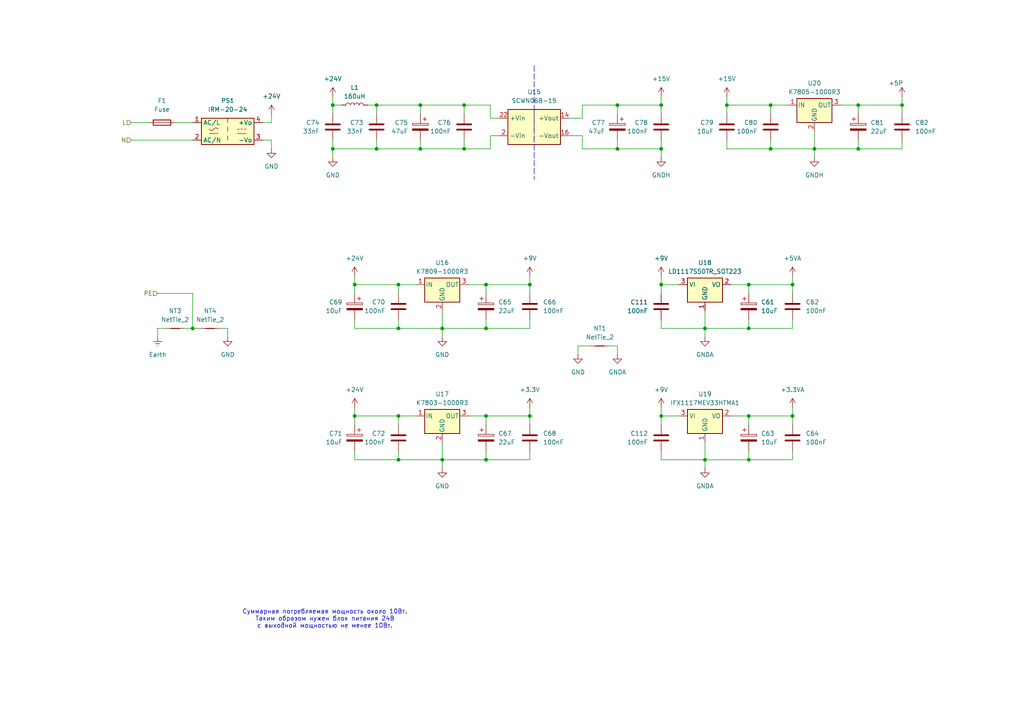
<source format=kicad_sch>
(kicad_sch (version 20231120) (generator "eeschema") (generator_version "8.0")
  (paper "A4")
  (lib_symbols
    (symbol "Converter_ACDC:IRM-20-24"
      (property "Reference" "PS" (at 0 5.08 0))
      (property "Value" "IRM-20-24" (at 0 -5.08 0))
      (symbol "IRM-20-24_0_1"
        (rectangle (start -7.62 3.81) (end 7.62 -3.81) (stroke (width 0.254)) (fill (type background)))
        (arc (start -5.334 0.635) (mid -4.699 0.2495) (end -4.064 0.635))
        (arc (start -2.794 0.635) (mid -3.429 1.0072) (end -4.064 0.635))
        (polyline (pts (xy -5.334 -0.635) (xy -2.794 -0.635)))
        (polyline (pts (xy 0 -1.27) (xy 0 -2.54)))
        (polyline (pts (xy 0 1.27) (xy 0 0)))
        (polyline (pts (xy 0 3.81) (xy 0 2.54)))
        (polyline (pts (xy 2.794 -0.635) (xy 5.334 -0.635)))
        (polyline (pts (xy 2.794 0.635) (xy 3.302 0.635)))
        (polyline (pts (xy 3.81 0.635) (xy 4.318 0.635)))
        (polyline (pts (xy 4.826 0.635) (xy 5.334 0.635)))
      )
      (symbol "IRM-20-24_1_1"
        (pin power_in line (at -10.16 2.54 0) (length 2.54) (name "AC/L") (number "1"))
        (pin power_in line (at -10.16 -2.54 0) (length 2.54) (name "AC/N") (number "2"))
        (pin power_out line (at 10.16 -2.54 180) (length 2.54) (name "-Vo") (number "3"))
        (pin power_out line (at 10.16 2.54 180) (length 2.54) (name "+Vo") (number "4"))
      )
    )
    (symbol "Device:C" (pin_numbers hide) (pin_names (offset 0.254))
      (property "Reference" "C" (at 0.635 2.54 0))
      (property "Value" "C" (at 0.635 -2.54 0))
      (symbol "C_0_1"
        (polyline (pts (xy -2.032 -0.762) (xy 2.032 -0.762)) (stroke (width 0.508)))
        (polyline (pts (xy -2.032 0.762) (xy 2.032 0.762)) (stroke (width 0.508)))
      )
      (symbol "C_1_1"
        (pin passive line (at 0 3.81 270) (length 2.794) (name "~") (number "1"))
        (pin passive line (at 0 -3.81 90) (length 2.794) (name "~") (number "2"))
      )
    )
    (symbol "Device:C_Polarized" (pin_numbers hide) (pin_names (offset 0.254))
      (property "Reference" "C" (at 0.635 2.54 0))
      (property "Value" "C_Polarized" (at 0.635 -2.54 0))
      (symbol "C_Polarized_0_1"
        (rectangle (start -2.286 0.508) (end 2.286 1.016))
        (polyline (pts (xy -1.778 2.286) (xy -0.762 2.286)))
        (polyline (pts (xy -1.27 2.794) (xy -1.27 1.778)))
        (rectangle (start 2.286 -0.508) (end -2.286 -1.016) (fill (type outline)))
      )
      (symbol "C_Polarized_1_1"
        (pin passive line (at 0 3.81 270) (length 2.794) (name "~") (number "1"))
        (pin passive line (at 0 -3.81 90) (length 2.794) (name "~") (number "2"))
      )
    )
    (symbol "Device:Fuse" (pin_numbers hide) (pin_names (offset 0))
      (property "Reference" "F" (at 2.032 0 90))
      (property "Value" "Fuse" (at -1.905 0 90))
      (symbol "Fuse_0_1"
        (rectangle (start -0.762 -2.54) (end 0.762 2.54) (stroke (width 0.254)))
        (polyline (pts (xy 0 2.54) (xy 0 -2.54)))
      )
      (symbol "Fuse_1_1"
        (pin passive line (at 0 3.81 270) (length 1.27) (name "~") (number "1"))
        (pin passive line (at 0 -3.81 90) (length 1.27) (name "~") (number "2"))
      )
    )
    (symbol "Device:L" (pin_numbers hide) (pin_names (offset 1.016) hide)
      (property "Reference" "L" (at -1.27 0 90))
      (property "Value" "L" (at 1.905 0 90))
      (symbol "L_0_1"
        (arc (start 0 -2.54) (mid 0.6323 -1.905) (end 0 -1.27))
        (arc (start 0 -1.27) (mid 0.6323 -0.635) (end 0 0))
        (arc (start 0 0) (mid 0.6323 0.635) (end 0 1.27))
        (arc (start 0 1.27) (mid 0.6323 1.905) (end 0 2.54))
      )
      (symbol "L_1_1"
        (pin passive line (at 0 3.81 270) (length 1.27) (name "1") (number "1"))
        (pin passive line (at 0 -3.81 90) (length 1.27) (name "2") (number "2"))
      )
    )
    (symbol "Device:NetTie_2" (pin_numbers hide) (pin_names (offset 0) hide) (in_bom no)
      (property "Reference" "NT" (at 0 1.27 0))
      (property "Value" "NetTie_2" (at 0 -1.27 0))
      (symbol "NetTie_2_0_1"
        (polyline (pts (xy -1.27 0) (xy 1.27 0)) (stroke (width 0.254)))
      )
      (symbol "NetTie_2_1_1"
        (pin passive line (at -2.54 0 0) (length 2.54) (name "1") (number "1"))
        (pin passive line (at 2.54 0 180) (length 2.54) (name "2") (number "2"))
      )
    )
    (symbol "Regulator_Linear:LD1117S33TR_SOT223"
      (property "Reference" "U" (at -3.81 3.175 0))
      (property "Value" "LD1117S33TR_SOT223" (at 0 3.175 0))
      (symbol "LD1117S33TR_SOT223_0_1"
        (rectangle (start -5.08 -5.08) (end 5.08 1.905) (stroke (width 0.254)) (fill (type background)))
      )
      (symbol "LD1117S33TR_SOT223_1_1"
        (pin power_in line (at 0 -7.62 90) (length 2.54) (name "GND") (number "1"))
        (pin power_out line (at 7.62 0 180) (length 2.54) (name "VO") (number "2"))
        (pin power_in line (at -7.62 0 0) (length 2.54) (name "VI") (number "3"))
      )
    )
    (symbol "Regulator_Linear:LD1117S50TR_SOT223"
      (property "Reference" "U" (at -3.81 3.175 0))
      (property "Value" "LD1117S50TR_SOT223" (at 0 3.175 0))
      (symbol "LD1117S50TR_SOT223_0_1"
        (rectangle (start -5.08 -5.08) (end 5.08 1.905) (stroke (width 0.254)) (fill (type background)))
      )
      (symbol "LD1117S50TR_SOT223_1_1"
        (pin power_in line (at 0 -7.62 90) (length 2.54) (name "GND") (number "1"))
        (pin power_out line (at 7.62 0 180) (length 2.54) (name "VO") (number "2"))
        (pin power_in line (at -7.62 0 0) (length 2.54) (name "VI") (number "3"))
      )
    )
    (symbol "main:GNDH" (power) (pin_numbers hide) (pin_names (offset 0) hide)
      (property "Value" "GNDH" (at 0 -3.81 0))
      (symbol "GNDH_0_1"
        (polyline (pts (xy 0 0) (xy 0 -1.27) (xy 1.27 -1.27) (xy 0 -2.54) (xy -1.27 -1.27) (xy 0 -1.27)))
      )
      (symbol "GNDH_1_1"
        (pin power_in line (at 0 0 270) (length 0) (name "~") (number "1"))
      )
    )
    (symbol "main:K7803-1000R3" (pin_names (offset 0.254))
      (property "Reference" "U" (at 0 5.334 0))
      (property "Value" "K7803-1000R3" (at -6.35 3.302 0))
      (symbol "K7803-1000R3_0_1"
        (rectangle (start -5.08 1.905) (end 5.08 -5.08) (stroke (width 0.254)) (fill (type background)))
      )
      (symbol "K7803-1000R3_1_1"
        (pin power_in line (at -7.62 0 0) (length 2.54) (name "IN") (number "1"))
        (pin power_in line (at 0 -7.62 90) (length 2.54) (name "GND") (number "2"))
        (pin power_out line (at 7.62 0 180) (length 2.54) (name "OUT") (number "3"))
      )
    )
    (symbol "main:K7805-1000R3" (pin_names (offset 0.254))
      (property "Reference" "U" (at 0 5.334 0))
      (property "Value" "K7805-1000R3" (at -6.35 3.302 0))
      (symbol "K7805-1000R3_0_1"
        (rectangle (start -5.08 1.905) (end 5.08 -5.08) (stroke (width 0.254)) (fill (type background)))
      )
      (symbol "K7805-1000R3_1_1"
        (pin power_in line (at -7.62 0 0) (length 2.54) (name "IN") (number "1"))
        (pin power_in line (at 0 -7.62 90) (length 2.54) (name "GND") (number "2"))
        (pin power_out line (at 7.62 0 180) (length 2.54) (name "OUT") (number "3"))
      )
    )
    (symbol "main:K7809-1000R3" (pin_names (offset 0.254))
      (property "Reference" "U" (at 0 5.334 0))
      (property "Value" "K7809-1000R3" (at -6.35 3.302 0))
      (symbol "K7809-1000R3_0_1"
        (rectangle (start -5.08 1.905) (end 5.08 -5.08) (stroke (width 0.254)) (fill (type background)))
      )
      (symbol "K7809-1000R3_1_1"
        (pin power_in line (at -7.62 0 0) (length 2.54) (name "IN") (number "1"))
        (pin power_in line (at 0 -7.62 90) (length 2.54) (name "GND") (number "2"))
        (pin power_out line (at 7.62 0 180) (length 2.54) (name "OUT") (number "3"))
      )
    )
    (symbol "main:SCWN06B-15"
      (property "Reference" "U" (at 0 8.382 0))
      (property "Value" "SCWN06B-15" (at 0 6.35 0))
      (symbol "SCWN06B-15_0_1"
        (rectangle (start -7.62 5.08) (end 7.62 -5.08) (stroke (width 0.254)) (fill (type background)))
        (polyline (pts (xy 0 -2.54) (xy 0 -3.81)))
        (polyline (pts (xy 0 0) (xy 0 -1.27)))
        (polyline (pts (xy 0 2.54) (xy 0 1.27)))
        (polyline (pts (xy 0 5.08) (xy 0 3.81)))
      )
      (symbol "SCWN06B-15_1_0"
        (pin no_connect line (at -2.54 -5.08 90) (length 2.54) hide (name "NC") (number "11"))
        (pin power_out line (at 10.16 2.54 180) (length 2.54) (name "+Vout") (number "14"))
        (pin power_out line (at 10.16 -2.54 180) (length 2.54) (name "-Vout") (number "16"))
        (pin power_in line (at -10.16 -2.54 0) (length 2.54) (name "-Vin") (number "2"))
        (pin power_in line (at -10.16 2.54 0) (length 2.54) (name "+Vin") (number "22"))
        (pin passive line (at -10.16 2.54 0) (length 2.54) hide (name "+Vin") (number "23"))
        (pin passive line (at -10.16 -2.54 0) (length 2.54) hide (name "-Vin") (number "3"))
        (pin no_connect line (at 0 -5.08 90) (length 2.54) hide (name "NC") (number "9"))
      )
    )
    (symbol "power:+15V" (power) (pin_numbers hide) (pin_names (offset 0) hide)
      (property "Value" "+15V" (at 0 3.556 0))
      (symbol "+15V_0_1"
        (polyline (pts (xy -0.762 1.27) (xy 0 2.54)))
        (polyline (pts (xy 0 0) (xy 0 2.54)))
        (polyline (pts (xy 0 2.54) (xy 0.762 1.27)))
      )
      (symbol "+15V_1_1"
        (pin power_in line (at 0 0 90) (length 0) (name "~") (number "1"))
      )
    )
    (symbol "power:+24V" (power) (pin_numbers hide) (pin_names (offset 0) hide)
      (property "Value" "+24V" (at 0 3.556 0))
      (symbol "+24V_0_1"
        (polyline (pts (xy -0.762 1.27) (xy 0 2.54)))
        (polyline (pts (xy 0 0) (xy 0 2.54)))
        (polyline (pts (xy 0 2.54) (xy 0.762 1.27)))
      )
      (symbol "+24V_1_1"
        (pin power_in line (at 0 0 90) (length 0) (name "~") (number "1"))
      )
    )
    (symbol "power:+3.3V" (power) (pin_numbers hide) (pin_names (offset 0) hide)
      (property "Value" "+3.3V" (at 0 3.556 0))
      (symbol "+3.3V_0_1"
        (polyline (pts (xy -0.762 1.27) (xy 0 2.54)))
        (polyline (pts (xy 0 0) (xy 0 2.54)))
        (polyline (pts (xy 0 2.54) (xy 0.762 1.27)))
      )
      (symbol "+3.3V_1_1"
        (pin power_in line (at 0 0 90) (length 0) (name "~") (number "1"))
      )
    )
    (symbol "power:+3.3VA" (power) (pin_numbers hide) (pin_names (offset 0) hide)
      (property "Value" "+3.3VA" (at 0 3.556 0))
      (symbol "+3.3VA_0_1"
        (polyline (pts (xy -0.762 1.27) (xy 0 2.54)))
        (polyline (pts (xy 0 0) (xy 0 2.54)))
        (polyline (pts (xy 0 2.54) (xy 0.762 1.27)))
      )
      (symbol "+3.3VA_1_1"
        (pin power_in line (at 0 0 90) (length 0) (name "~") (number "1"))
      )
    )
    (symbol "power:+5P" (power) (pin_numbers hide) (pin_names (offset 0) hide)
      (property "Value" "+5P" (at 0 3.556 0))
      (symbol "+5P_0_1"
        (polyline (pts (xy -0.762 1.27) (xy 0 2.54)))
        (polyline (pts (xy 0 0) (xy 0 2.54)))
        (polyline (pts (xy 0 2.54) (xy 0.762 1.27)))
      )
      (symbol "+5P_1_1"
        (pin power_in line (at 0 0 90) (length 0) (name "~") (number "1"))
      )
    )
    (symbol "power:+5VA" (power) (pin_numbers hide) (pin_names (offset 0) hide)
      (property "Value" "+5VA" (at 0 3.556 0))
      (symbol "+5VA_0_1"
        (polyline (pts (xy -0.762 1.27) (xy 0 2.54)))
        (polyline (pts (xy 0 0) (xy 0 2.54)))
        (polyline (pts (xy 0 2.54) (xy 0.762 1.27)))
      )
      (symbol "+5VA_1_1"
        (pin power_in line (at 0 0 90) (length 0) (name "~") (number "1"))
      )
    )
    (symbol "power:+9V" (power) (pin_numbers hide) (pin_names (offset 0) hide)
      (property "Value" "+9V" (at 0 3.556 0))
      (symbol "+9V_0_1"
        (polyline (pts (xy -0.762 1.27) (xy 0 2.54)))
        (polyline (pts (xy 0 0) (xy 0 2.54)))
        (polyline (pts (xy 0 2.54) (xy 0.762 1.27)))
      )
      (symbol "+9V_1_1"
        (pin power_in line (at 0 0 90) (length 0) (name "~") (number "1"))
      )
    )
    (symbol "power:Earth" (power) (pin_numbers hide) (pin_names (offset 0) hide)
      (property "Value" "Earth" (at 0 -3.81 0))
      (symbol "Earth_0_1"
        (polyline (pts (xy -0.635 -1.905) (xy 0.635 -1.905)))
        (polyline (pts (xy -0.127 -2.54) (xy 0.127 -2.54)))
        (polyline (pts (xy 0 -1.27) (xy 0 0)))
        (polyline (pts (xy 1.27 -1.27) (xy -1.27 -1.27)))
      )
      (symbol "Earth_1_1"
        (pin power_in line (at 0 0 270) (length 0) (name "~") (number "1"))
      )
    )
    (symbol "power:GND" (power) (pin_numbers hide) (pin_names (offset 0) hide)
      (property "Value" "GND" (at 0 -3.81 0))
      (symbol "GND_0_1"
        (polyline (pts (xy 0 0) (xy 0 -1.27) (xy 1.27 -1.27) (xy 0 -2.54) (xy -1.27 -1.27) (xy 0 -1.27)))
      )
      (symbol "GND_1_1"
        (pin power_in line (at 0 0 270) (length 0) (name "~") (number "1"))
      )
    )
    (symbol "power:GNDA" (power) (pin_numbers hide) (pin_names (offset 0) hide)
      (property "Value" "GNDA" (at 0 -3.81 0))
      (symbol "GNDA_0_1"
        (polyline (pts (xy 0 0) (xy 0 -1.27) (xy 1.27 -1.27) (xy 0 -2.54) (xy -1.27 -1.27) (xy 0 -1.27)))
      )
      (symbol "GNDA_1_1"
        (pin power_in line (at 0 0 270) (length 0) (name "~") (number "1"))
      )
    )
  )
  (junction (at 204.47 95.25))
  (junction (at 115.57 120.65))
  (junction (at 109.22 43.18))
  (junction (at 134.62 43.18))
  (junction (at 229.87 120.65))
  (junction (at 236.22 43.18))
  (junction (at 140.97 95.25))
  (junction (at 153.67 82.55))
  (junction (at 217.17 82.55))
  (junction (at 115.57 95.25))
  (junction (at 223.52 43.18))
  (junction (at 217.17 120.65))
  (junction (at 248.92 30.48))
  (junction (at 191.77 43.18))
  (junction (at 223.52 30.48))
  (junction (at 55.88 95.25))
  (junction (at 121.92 30.48))
  (junction (at 140.97 133.35))
  (junction (at 109.22 30.48))
  (junction (at 179.07 30.48))
  (junction (at 96.52 43.18))
  (junction (at 217.17 133.35))
  (junction (at 128.27 133.35))
  (junction (at 191.77 120.65))
  (junction (at 191.77 30.48))
  (junction (at 96.52 30.48))
  (junction (at 261.62 30.48))
  (junction (at 102.87 82.55))
  (junction (at 153.67 120.65))
  (junction (at 179.07 43.18))
  (junction (at 121.92 43.18))
  (junction (at 229.87 82.55))
  (junction (at 217.17 95.25))
  (junction (at 191.77 82.55))
  (junction (at 140.97 82.55))
  (junction (at 115.57 133.35))
  (junction (at 204.47 133.35))
  (junction (at 248.92 43.18))
  (junction (at 134.62 30.48))
  (junction (at 102.87 120.65))
  (junction (at 128.27 95.25))
  (junction (at 210.82 30.48))
  (junction (at 140.97 120.65))
  (junction (at 115.57 82.55))
  (wire (pts (xy 191.77 133.35) (xy 204.47 133.35)))
  (wire (pts (xy 248.92 40.64) (xy 248.92 43.18)))
  (wire (pts (xy 261.62 33.02) (xy 261.62 30.48)))
  (wire (pts (xy 96.52 27.94) (xy 96.52 30.48)))
  (wire (pts (xy 153.67 95.25) (xy 140.97 95.25)))
  (wire (pts (xy 168.91 39.37) (xy 168.91 43.18)))
  (wire (pts (xy 115.57 92.71) (xy 115.57 95.25)))
  (wire (pts (xy 229.87 85.09) (xy 229.87 82.55)))
  (wire (pts (xy 96.52 43.18) (xy 109.22 43.18)))
  (wire (pts (xy 179.07 43.18) (xy 191.77 43.18)))
  (wire (pts (xy 191.77 80.01) (xy 191.77 82.55)))
  (wire (pts (xy 115.57 82.55) (xy 115.57 85.09)))
  (wire (pts (xy 121.92 43.18) (xy 134.62 43.18)))
  (wire (pts (xy 76.2 40.64) (xy 78.74 40.64)))
  (wire (pts (xy 63.5 95.25) (xy 66.04 95.25)))
  (wire (pts (xy 210.82 43.18) (xy 223.52 43.18)))
  (wire (pts (xy 128.27 95.25) (xy 128.27 97.79)))
  (wire (pts (xy 109.22 33.02) (xy 109.22 30.48)))
  (wire (pts (xy 121.92 33.02) (xy 121.92 30.48)))
  (wire (pts (xy 38.1 40.64) (xy 55.88 40.64)))
  (wire (pts (xy 261.62 30.48) (xy 248.92 30.48)))
  (wire (pts (xy 153.67 130.81) (xy 153.67 133.35)))
  (wire (pts (xy 153.67 123.19) (xy 153.67 120.65)))
  (wire (pts (xy 191.77 92.71) (xy 191.77 95.25)))
  (wire (pts (xy 102.87 80.01) (xy 102.87 82.55)))
  (wire (pts (xy 109.22 43.18) (xy 109.22 40.64)))
  (wire (pts (xy 109.22 43.18) (xy 121.92 43.18)))
  (wire (pts (xy 96.52 40.64) (xy 96.52 43.18)))
  (wire (pts (xy 212.09 82.55) (xy 217.17 82.55)))
  (wire (pts (xy 140.97 82.55) (xy 135.89 82.55)))
  (wire (pts (xy 229.87 123.19) (xy 229.87 120.65)))
  (wire (pts (xy 45.72 95.25) (xy 45.72 97.79)))
  (wire (pts (xy 179.07 40.64) (xy 179.07 43.18)))
  (wire (pts (xy 153.67 80.01) (xy 153.67 82.55)))
  (wire (pts (xy 102.87 82.55) (xy 115.57 82.55)))
  (wire (pts (xy 140.97 95.25) (xy 128.27 95.25)))
  (wire (pts (xy 50.8 35.56) (xy 55.88 35.56)))
  (wire (pts (xy 55.88 85.09) (xy 55.88 95.25)))
  (wire (pts (xy 144.78 39.37) (xy 142.24 39.37)))
  (wire (pts (xy 121.92 30.48) (xy 134.62 30.48)))
  (wire (pts (xy 115.57 133.35) (xy 128.27 133.35)))
  (wire (pts (xy 96.52 45.72) (xy 96.52 43.18)))
  (wire (pts (xy 165.1 39.37) (xy 168.91 39.37)))
  (wire (pts (xy 78.74 40.64) (xy 78.74 43.18)))
  (wire (pts (xy 261.62 40.64) (xy 261.62 43.18)))
  (wire (pts (xy 212.09 120.65) (xy 217.17 120.65)))
  (wire (pts (xy 128.27 133.35) (xy 128.27 135.89)))
  (wire (pts (xy 134.62 30.48) (xy 142.24 30.48)))
  (wire (pts (xy 153.67 92.71) (xy 153.67 95.25)))
  (wire (pts (xy 261.62 27.94) (xy 261.62 30.48)))
  (wire (pts (xy 140.97 82.55) (xy 153.67 82.55)))
  (wire (pts (xy 191.77 30.48) (xy 191.77 33.02)))
  (wire (pts (xy 140.97 133.35) (xy 128.27 133.35)))
  (wire (pts (xy 167.64 102.87) (xy 167.64 100.33)))
  (wire (pts (xy 165.1 34.29) (xy 168.91 34.29)))
  (wire (pts (xy 217.17 130.81) (xy 217.17 133.35)))
  (wire (pts (xy 168.91 30.48) (xy 179.07 30.48)))
  (wire (pts (xy 135.89 120.65) (xy 140.97 120.65)))
  (wire (pts (xy 204.47 97.79) (xy 204.47 95.25)))
  (wire (pts (xy 140.97 92.71) (xy 140.97 95.25)))
  (wire (pts (xy 115.57 95.25) (xy 128.27 95.25)))
  (wire (pts (xy 115.57 120.65) (xy 115.57 123.19)))
  (wire (pts (xy 248.92 30.48) (xy 248.92 33.02)))
  (wire (pts (xy 191.77 118.11) (xy 191.77 120.65)))
  (wire (pts (xy 217.17 95.25) (xy 229.87 95.25)))
  (wire (pts (xy 134.62 40.64) (xy 134.62 43.18)))
  (wire (pts (xy 38.1 35.56) (xy 43.18 35.56)))
  (wire (pts (xy 210.82 33.02) (xy 210.82 30.48)))
  (wire (pts (xy 134.62 30.48) (xy 134.62 33.02)))
  (wire (pts (xy 229.87 130.81) (xy 229.87 133.35)))
  (wire (pts (xy 248.92 43.18) (xy 236.22 43.18)))
  (wire (pts (xy 55.88 95.25) (xy 58.42 95.25)))
  (wire (pts (xy 140.97 120.65) (xy 140.97 123.19)))
  (wire (pts (xy 142.24 39.37) (xy 142.24 43.18)))
  (wire (pts (xy 217.17 120.65) (xy 217.17 123.19)))
  (wire (pts (xy 102.87 120.65) (xy 115.57 120.65)))
  (wire (pts (xy 191.77 40.64) (xy 191.77 43.18)))
  (wire (pts (xy 191.77 27.94) (xy 191.77 30.48)))
  (wire (pts (xy 96.52 30.48) (xy 96.52 33.02)))
  (wire (pts (xy 223.52 30.48) (xy 223.52 33.02)))
  (polyline (pts (xy 154.94 19.05) (xy 154.94 52.07)) (stroke (width 0) (type dash)))
  (wire (pts (xy 229.87 82.55) (xy 217.17 82.55)))
  (wire (pts (xy 236.22 43.18) (xy 236.22 45.72)))
  (wire (pts (xy 99.06 30.48) (xy 96.52 30.48)))
  (wire (pts (xy 45.72 85.09) (xy 55.88 85.09)))
  (wire (pts (xy 229.87 118.11) (xy 229.87 120.65)))
  (wire (pts (xy 191.77 82.55) (xy 191.77 85.09)))
  (wire (pts (xy 55.88 95.25) (xy 53.34 95.25)))
  (wire (pts (xy 210.82 30.48) (xy 223.52 30.48)))
  (wire (pts (xy 102.87 130.81) (xy 102.87 133.35)))
  (wire (pts (xy 210.82 40.64) (xy 210.82 43.18)))
  (wire (pts (xy 102.87 133.35) (xy 115.57 133.35)))
  (wire (pts (xy 236.22 38.1) (xy 236.22 43.18)))
  (wire (pts (xy 142.24 34.29) (xy 142.24 30.48)))
  (wire (pts (xy 48.26 95.25) (xy 45.72 95.25)))
  (wire (pts (xy 191.77 82.55) (xy 196.85 82.55)))
  (wire (pts (xy 217.17 133.35) (xy 204.47 133.35)))
  (wire (pts (xy 261.62 43.18) (xy 248.92 43.18)))
  (wire (pts (xy 217.17 92.71) (xy 217.17 95.25)))
  (wire (pts (xy 168.91 34.29) (xy 168.91 30.48)))
  (wire (pts (xy 153.67 118.11) (xy 153.67 120.65)))
  (wire (pts (xy 229.87 120.65) (xy 217.17 120.65)))
  (wire (pts (xy 78.74 33.02) (xy 78.74 35.56)))
  (wire (pts (xy 191.77 43.18) (xy 191.77 45.72)))
  (wire (pts (xy 229.87 92.71) (xy 229.87 95.25)))
  (wire (pts (xy 229.87 80.01) (xy 229.87 82.55)))
  (wire (pts (xy 204.47 128.27) (xy 204.47 133.35)))
  (wire (pts (xy 217.17 133.35) (xy 229.87 133.35)))
  (wire (pts (xy 217.17 95.25) (xy 204.47 95.25)))
  (wire (pts (xy 120.65 120.65) (xy 115.57 120.65)))
  (wire (pts (xy 76.2 35.56) (xy 78.74 35.56)))
  (wire (pts (xy 102.87 123.19) (xy 102.87 120.65)))
  (wire (pts (xy 179.07 100.33) (xy 176.53 100.33)))
  (wire (pts (xy 102.87 95.25) (xy 115.57 95.25)))
  (wire (pts (xy 153.67 85.09) (xy 153.67 82.55)))
  (wire (pts (xy 102.87 92.71) (xy 102.87 95.25)))
  (wire (pts (xy 144.78 34.29) (xy 142.24 34.29)))
  (wire (pts (xy 210.82 27.94) (xy 210.82 30.48)))
  (wire (pts (xy 128.27 90.17) (xy 128.27 95.25)))
  (wire (pts (xy 204.47 133.35) (xy 204.47 135.89)))
  (wire (pts (xy 191.77 95.25) (xy 204.47 95.25)))
  (wire (pts (xy 128.27 128.27) (xy 128.27 133.35)))
  (wire (pts (xy 109.22 30.48) (xy 106.68 30.48)))
  (wire (pts (xy 140.97 85.09) (xy 140.97 82.55)))
  (wire (pts (xy 243.84 30.48) (xy 248.92 30.48)))
  (wire (pts (xy 66.04 95.25) (xy 66.04 97.79)))
  (wire (pts (xy 179.07 33.02) (xy 179.07 30.48)))
  (wire (pts (xy 191.77 120.65) (xy 196.85 120.65)))
  (wire (pts (xy 204.47 90.17) (xy 204.47 95.25)))
  (wire (pts (xy 109.22 30.48) (xy 121.92 30.48)))
  (wire (pts (xy 120.65 82.55) (xy 115.57 82.55)))
  (wire (pts (xy 140.97 130.81) (xy 140.97 133.35)))
  (wire (pts (xy 223.52 43.18) (xy 236.22 43.18)))
  (wire (pts (xy 102.87 85.09) (xy 102.87 82.55)))
  (wire (pts (xy 191.77 130.81) (xy 191.77 133.35)))
  (wire (pts (xy 217.17 82.55) (xy 217.17 85.09)))
  (wire (pts (xy 102.87 118.11) (xy 102.87 120.65)))
  (wire (pts (xy 179.07 102.87) (xy 179.07 100.33)))
  (wire (pts (xy 121.92 40.64) (xy 121.92 43.18)))
  (wire (pts (xy 228.6 30.48) (xy 223.52 30.48)))
  (wire (pts (xy 134.62 43.18) (xy 142.24 43.18)))
  (wire (pts (xy 153.67 120.65) (xy 140.97 120.65)))
  (wire (pts (xy 191.77 120.65) (xy 191.77 123.19)))
  (wire (pts (xy 179.07 30.48) (xy 191.77 30.48)))
  (wire (pts (xy 153.67 133.35) (xy 140.97 133.35)))
  (wire (pts (xy 223.52 40.64) (xy 223.52 43.18)))
  (wire (pts (xy 115.57 130.81) (xy 115.57 133.35)))
  (wire (pts (xy 168.91 43.18) (xy 179.07 43.18)))
  (wire (pts (xy 167.64 100.33) (xy 171.45 100.33)))
  (text "Суммарная потребляемая мощность около 10Вт.\nТаким образом нужен блок питания 24В\nс выходной мощностью не менее 10Вт." (at 94.234 179.578 0) (effects (font (size 1.27 1.27))))
  (hierarchical_label "L" (shape input) (at 38.1 35.56 180))
  (hierarchical_label "N" (shape input) (at 38.1 40.64 180))
  (hierarchical_label "PE" (shape input) (at 45.72 85.09 180))
  (symbol (lib_id "Device:C_Polarized") (at 102.87 88.9 0) (mirror y) (unit 1)
    (property "Reference" "C69" (at 99.314 87.63 0) (effects (justify left)))
    (property "Value" "10uF" (at 99.314 90.17 0) (effects (justify left)))
    (property "Footprint" "Capacitor_SMD:C_Elec_5x5.8" (effects (hide yes)))
    (property "Datasheet" "https://www.platan.ru/cgi-bin/qwery.pl/id=2015355001" (effects (hide yes)))
    (property "Description" "Polarized capacitor" (effects (hide yes)))
  )
  (symbol (lib_id "power:+24V") (at 96.52 27.94 0) (unit 1)
    (property "Reference" "#PWR62" (effects (hide yes)))
    (property "Value" "+24V" (at 96.52 22.86 0))
    (property "Description" "Power symbol creates a global label with name \"+24V\"" (effects (hide yes)))
  )
  (symbol (lib_id "Regulator_Linear:LD1117S33TR_SOT223") (at 204.47 120.65 0) (unit 1)
    (property "Reference" "U19" (at 204.47 114.3 0))
    (property "Value" "IFX1117MEV33HTMA1" (at 204.47 116.84 0))
    (property "Footprint" "Package_TO_SOT_SMD:SOT-223-3_TabPin2" (effects (hide yes)))
    (property "Datasheet" "https://doc.platan.ru/pdf/datasheets/infineon/IFX1117.pdf" (effects (hide yes)))
    (property "Description" "1000mA Fixed Low Drop Positive Voltage Regulator, Fixed Output 3.3V, SOT-223" (effects (hide yes)))
  )
  (symbol (lib_id "Device:C") (at 191.77 36.83 0) (mirror y) (unit 1)
    (property "Reference" "C78" (at 187.96 35.5599 0) (effects (justify left)))
    (property "Value" "100nF" (at 187.96 38.0999 0) (effects (justify left)))
    (property "Footprint" "Capacitor_SMD:C_0805_2012Metric" (effects (hide yes)))
    (property "Description" "Unpolarized capacitor" (effects (hide yes)))
  )
  (symbol (lib_id "Converter_ACDC:IRM-20-24") (at 66.04 38.1 0) (unit 1)
    (property "Reference" "PS1" (at 66.04 29.21 0))
    (property "Value" "IRM-20-24" (at 66.04 31.75 0))
    (property "Footprint" "Converter_ACDC:Converter_ACDC_MeanWell_IRM-20-xx_THT" (effects (hide yes)))
    (property "Datasheet" "http://www.meanwell.com/Upload/PDF/IRM-20/IRM-20-SPEC.PDF" (effects (hide yes)))
    (property "Description" "24V, 900mA, 21.6W, Isolated, AC-DC, 219A(IRM20)" (effects (hide yes)))
  )
  (symbol (lib_id "main:K7805-1000R3") (at 236.22 30.48 0) (unit 1)
    (property "Reference" "U20" (at 236.22 24.13 0))
    (property "Value" "K7805-1000R3" (at 236.22 26.67 0))
    (property "Footprint" "Converter_DCDC:Converter_DCDC_RECOM_R-78HB-0.5_THT" (effects (hide yes)))
    (property "Datasheet" "https://doc.platan.ru/pdf/datasheets/mornsun/K78XX-1000R3_L.pdf" (effects (hide yes)))
    (property "Description" "1000mA Step-Down DC/DC-Regulator, 8-36V input, 5V fixed Output Voltage, LM78xx replacement, -40°C to +85°C, SIP3" (effects (hide yes)))
  )
  (symbol (lib_id "Device:C") (at 210.82 36.83 0) (mirror y) (unit 1)
    (property "Reference" "C79" (at 207.01 35.5599 0) (effects (justify left)))
    (property "Value" "10uF" (at 207.01 38.0999 0) (effects (justify left)))
    (property "Footprint" "Capacitor_SMD:C_0805_2012Metric" (effects (hide yes)))
    (property "Description" "Unpolarized capacitor" (effects (hide yes)))
  )
  (symbol (lib_id "Device:C") (at 153.67 88.9 0) (unit 1)
    (property "Reference" "C66" (at 157.48 87.6299 0) (effects (justify left)))
    (property "Value" "100nF" (at 157.48 90.1699 0) (effects (justify left)))
    (property "Footprint" "Capacitor_SMD:C_0805_2012Metric" (effects (hide yes)))
    (property "Description" "Unpolarized capacitor" (effects (hide yes)))
  )
  (symbol (lib_id "main:GNDH") (at 236.22 45.72 0) (unit 1)
    (property "Reference" "#PWR074" (effects (hide yes)))
    (property "Value" "GNDH" (at 236.22 50.8 0))
    (property "Description" "Power symbol creates a global label with name \"GNDH\" , hi ground" (effects (hide yes)))
  )
  (symbol (lib_id "power:+9V") (at 191.77 118.11 0) (unit 1)
    (property "Reference" "#PWR078" (effects (hide yes)))
    (property "Value" "+9V" (at 191.77 113.03 0))
    (property "Description" "Power symbol creates a global label with name \"+9V\"" (effects (hide yes)))
  )
  (symbol (lib_id "Device:Fuse") (at 46.99 35.56 90) (mirror x) (unit 1)
    (property "Reference" "F1" (at 46.99 29.21 90))
    (property "Value" "Fuse" (at 46.99 31.75 90))
    (property "Description" "Fuse" (effects (hide yes)))
  )
  (symbol (lib_id "Regulator_Linear:LD1117S50TR_SOT223") (at 204.47 82.55 0) (unit 1)
    (property "Reference" "U18" (at 204.47 76.2 0))
    (property "Value" "LD1117S50TR_SOT223" (at 204.47 78.74 0))
    (property "Footprint" "Package_TO_SOT_SMD:SOT-223-3_TabPin2" (effects (hide yes)))
    (property "Datasheet" "http://www.st.com/st-web-ui/static/active/en/resource/technical/document/datasheet/CD00000544.pdf" (effects (hide yes)))
    (property "Description" "800mA Fixed Low Drop Positive Voltage Regulator, Fixed Output 5.0V, SOT-223" (effects (hide yes)))
  )
  (symbol (lib_id "Device:C") (at 229.87 127 0) (unit 1)
    (property "Reference" "C64" (at 233.68 125.7299 0) (effects (justify left)))
    (property "Value" "100nF" (at 233.68 128.2699 0) (effects (justify left)))
    (property "Footprint" "Capacitor_SMD:C_0805_2012Metric" (effects (hide yes)))
    (property "Description" "Unpolarized capacitor" (effects (hide yes)))
  )
  (symbol (lib_id "Device:C") (at 223.52 36.83 0) (mirror y) (unit 1)
    (property "Reference" "C80" (at 219.71 35.5599 0) (effects (justify left)))
    (property "Value" "100nF" (at 219.71 38.0999 0) (effects (justify left)))
    (property "Footprint" "Capacitor_SMD:C_0805_2012Metric" (effects (hide yes)))
    (property "Description" "Unpolarized capacitor" (effects (hide yes)))
  )
  (symbol (lib_id "Device:NetTie_2") (at 173.99 100.33 0) (unit 1) (in_bom no)
    (property "Reference" "NT1" (at 173.99 95.25 0))
    (property "Value" "NetTie_2" (at 173.99 97.79 0))
    (property "Footprint" "NetTie:NetTie-2_SMD_Pad0.5mm" (effects (hide yes)))
    (property "Description" "Net tie, 2 pins" (effects (hide yes)))
  )
  (symbol (lib_id "Device:C_Polarized") (at 179.07 36.83 0) (mirror y) (unit 1)
    (property "Reference" "C77" (at 175.514 35.56 0) (effects (justify left)))
    (property "Value" "47uF" (at 175.514 38.1 0) (effects (justify left)))
    (property "Footprint" "Capacitor_SMD:C_Elec_5x5.8" (effects (hide yes)))
    (property "Datasheet" "https://www.platan.ru/cgi-bin/qwery.pl/id=2015355001" (effects (hide yes)))
    (property "Description" "Polarized capacitor" (effects (hide yes)))
  )
  (symbol (lib_id "power:Earth") (at 45.72 97.79 0) (unit 1)
    (property "Reference" "#PWR0114" (effects (hide yes)))
    (property "Value" "Earth" (at 45.72 102.87 0))
    (property "Description" "Power symbol creates a global label with name \"Earth\"" (effects (hide yes)))
  )
  (symbol (lib_id "power:+15V") (at 191.77 27.94 0) (unit 1)
    (property "Reference" "#PWR080" (effects (hide yes)))
    (property "Value" "+15V" (at 191.77 22.86 0))
    (property "Description" "Power symbol creates a global label with name \"+15V\"" (effects (hide yes)))
  )
  (symbol (lib_id "Device:C") (at 134.62 36.83 0) (mirror y) (unit 1)
    (property "Reference" "C76" (at 130.81 35.5599 0) (effects (justify left)))
    (property "Value" "100nF" (at 130.81 38.0999 0) (effects (justify left)))
    (property "Footprint" "Capacitor_SMD:C_0805_2012Metric" (effects (hide yes)))
    (property "Description" "Unpolarized capacitor" (effects (hide yes)))
  )
  (symbol (lib_id "Device:C_Polarized") (at 140.97 88.9 0) (unit 1)
    (property "Reference" "C65" (at 144.526 87.63 0) (effects (justify left)))
    (property "Value" "22uF" (at 144.526 90.17 0) (effects (justify left)))
    (property "Footprint" "Capacitor_SMD:C_Elec_5x5.8" (effects (hide yes)))
    (property "Datasheet" "https://www.platan.ru/cgi-bin/qwery.pl/id=2015355001" (effects (hide yes)))
    (property "Description" "Polarized capacitor" (effects (hide yes)))
  )
  (symbol (lib_id "Device:C_Polarized") (at 217.17 88.9 0) (unit 1)
    (property "Reference" "C61" (at 220.726 87.63 0) (effects (justify left)))
    (property "Value" "10uF" (at 220.726 90.17 0) (effects (justify left)))
    (property "Footprint" "Capacitor_SMD:C_Elec_4x5.8" (effects (hide yes)))
    (property "Datasheet" "https://www.platan.ru/cgi-bin/qwery.pl/id=2015065415" (effects (hide yes)))
    (property "Description" "Polarized capacitor" (effects (hide yes)))
  )
  (symbol (lib_id "Device:C_Polarized") (at 140.97 127 0) (unit 1)
    (property "Reference" "C67" (at 144.526 125.73 0) (effects (justify left)))
    (property "Value" "22uF" (at 144.526 128.27 0) (effects (justify left)))
    (property "Footprint" "Capacitor_SMD:C_Elec_5x5.8" (effects (hide yes)))
    (property "Datasheet" "https://www.platan.ru/cgi-bin/qwery.pl/id=2015355001" (effects (hide yes)))
    (property "Description" "Polarized capacitor" (effects (hide yes)))
  )
  (symbol (lib_id "power:+15V") (at 210.82 27.94 0) (unit 1)
    (property "Reference" "#PWR081" (effects (hide yes)))
    (property "Value" "+15V" (at 210.82 22.86 0))
    (property "Description" "Power symbol creates a global label with name \"+15V\"" (effects (hide yes)))
  )
  (symbol (lib_id "Device:C_Polarized") (at 121.92 36.83 0) (mirror y) (unit 1)
    (property "Reference" "C75" (at 118.364 35.56 0) (effects (justify left)))
    (property "Value" "47uF" (at 118.364 38.1 0) (effects (justify left)))
    (property "Footprint" "Capacitor_SMD:C_Elec_5x5.8" (effects (hide yes)))
    (property "Datasheet" "https://www.platan.ru/cgi-bin/qwery.pl/id=2015355001" (effects (hide yes)))
    (property "Description" "Polarized capacitor" (effects (hide yes)))
  )
  (symbol (lib_id "power:GND") (at 128.27 97.79 0) (unit 1)
    (property "Reference" "#PWR061" (effects (hide yes)))
    (property "Value" "GND" (at 128.27 102.87 0))
    (property "Description" "Power symbol creates a global label with name \"GND\" , ground" (effects (hide yes)))
  )
  (symbol (lib_id "Device:C") (at 109.22 36.83 0) (mirror y) (unit 1)
    (property "Reference" "C73" (at 105.41 35.5599 0) (effects (justify left)))
    (property "Value" "33nF" (at 105.41 38.0999 0) (effects (justify left)))
    (property "Footprint" "Capacitor_SMD:C_0805_2012Metric" (effects (hide yes)))
    (property "Description" "Unpolarized capacitor" (effects (hide yes)))
  )
  (symbol (lib_id "power:+24V") (at 102.87 80.01 0) (unit 1)
    (property "Reference" "#PWR066" (effects (hide yes)))
    (property "Value" "+24V" (at 102.87 74.93 0))
    (property "Description" "Power symbol creates a global label with name \"+24V\"" (effects (hide yes)))
  )
  (symbol (lib_id "power:+24V") (at 78.74 33.02 0) (unit 1)
    (property "Reference" "#PWR090" (effects (hide yes)))
    (property "Value" "+24V" (at 78.74 27.94 0))
    (property "Description" "Power symbol creates a global label with name \"+24V\"" (effects (hide yes)))
  )
  (symbol (lib_id "Device:L") (at 102.87 30.48 90) (unit 1)
    (property "Reference" "L1" (at 102.87 25.4 90))
    (property "Value" "160uH" (at 102.87 27.94 90))
    (property "Footprint" "Inductor_SMD:L_0805_2012Metric" (effects (hide yes)))
    (property "Description" "Inductor" (effects (hide yes)))
  )
  (symbol (lib_id "Device:C") (at 153.67 127 0) (unit 1)
    (property "Reference" "C68" (at 157.48 125.7299 0) (effects (justify left)))
    (property "Value" "100nF" (at 157.48 128.2699 0) (effects (justify left)))
    (property "Footprint" "Capacitor_SMD:C_0805_2012Metric" (effects (hide yes)))
    (property "Description" "Unpolarized capacitor" (effects (hide yes)))
  )
  (symbol (lib_id "power:GND") (at 167.64 102.87 0) (unit 1)
    (property "Reference" "#PWR072" (effects (hide yes)))
    (property "Value" "GND" (at 167.64 107.95 0))
    (property "Description" "Power symbol creates a global label with name \"GND\" , ground" (effects (hide yes)))
  )
  (symbol (lib_id "Device:C") (at 96.52 36.83 0) (mirror y) (unit 1)
    (property "Reference" "C74" (at 92.71 35.5599 0) (effects (justify left)))
    (property "Value" "33nF" (at 92.71 38.0999 0) (effects (justify left)))
    (property "Footprint" "Capacitor_SMD:C_0805_2012Metric" (effects (hide yes)))
    (property "Description" "Unpolarized capacitor" (effects (hide yes)))
  )
  (symbol (lib_id "power:GNDA") (at 204.47 97.79 0) (unit 1)
    (property "Reference" "#PWR071" (effects (hide yes)))
    (property "Value" "GNDA" (at 204.47 102.87 0))
    (property "Description" "Power symbol creates a global label with name \"GNDA\" , analog ground" (effects (hide yes)))
  )
  (symbol (lib_id "main:GNDH") (at 191.77 45.72 0) (unit 1)
    (property "Reference" "#PWR073" (effects (hide yes)))
    (property "Value" "GNDH" (at 191.77 50.8 0))
    (property "Description" "Power symbol creates a global label with name \"GNDH\" , hi ground" (effects (hide yes)))
  )
  (symbol (lib_id "Device:C") (at 191.77 127 0) (mirror y) (unit 1)
    (property "Reference" "C112" (at 187.96 125.7299 0) (effects (justify left)))
    (property "Value" "100nF" (at 187.96 128.2699 0) (effects (justify left)))
    (property "Footprint" "Capacitor_SMD:C_0805_2012Metric" (effects (hide yes)))
    (property "Description" "Unpolarized capacitor" (effects (hide yes)))
  )
  (symbol (lib_id "main:K7809-1000R3") (at 128.27 82.55 0) (unit 1)
    (property "Reference" "U16" (at 128.27 76.2 0))
    (property "Value" "K7809-1000R3" (at 128.27 78.74 0))
    (property "Footprint" "Converter_DCDC:Converter_DCDC_RECOM_R-78HB-0.5_THT" (effects (hide yes)))
    (property "Datasheet" "https://doc.platan.ru/pdf/datasheets/mornsun/K78XX-1000R3_L.pdf" (effects (hide yes)))
    (property "Description" "1000mA Step-Down DC/DC-Regulator, 13-36V input, 9V fixed Output Voltage, LM78xx replacement, -40°C to +85°C, SIP3" (effects (hide yes)))
  )
  (symbol (lib_id "power:+9V") (at 191.77 80.01 0) (unit 1)
    (property "Reference" "#PWR077" (effects (hide yes)))
    (property "Value" "+9V" (at 191.77 74.93 0))
    (property "Description" "Power symbol creates a global label with name \"+9V\"" (effects (hide yes)))
  )
  (symbol (lib_id "Device:C") (at 115.57 88.9 0) (mirror y) (unit 1)
    (property "Reference" "C70" (at 111.76 87.6299 0) (effects (justify left)))
    (property "Value" "100nF" (at 111.76 90.1699 0) (effects (justify left)))
    (property "Footprint" "Capacitor_SMD:C_0805_2012Metric" (effects (hide yes)))
    (property "Description" "Unpolarized capacitor" (effects (hide yes)))
  )
  (symbol (lib_id "Device:C") (at 115.57 127 0) (mirror y) (unit 1)
    (property "Reference" "C72" (at 111.76 125.7299 0) (effects (justify left)))
    (property "Value" "100nF" (at 111.76 128.2699 0) (effects (justify left)))
    (property "Footprint" "Capacitor_SMD:C_0805_2012Metric" (effects (hide yes)))
    (property "Description" "Unpolarized capacitor" (effects (hide yes)))
  )
  (symbol (lib_id "power:+9V") (at 153.67 80.01 0) (unit 1)
    (property "Reference" "#PWR070" (effects (hide yes)))
    (property "Value" "+9V" (at 153.67 74.93 0))
    (property "Description" "Power symbol creates a global label with name \"+9V\"" (effects (hide yes)))
  )
  (symbol (lib_id "Device:C_Polarized") (at 102.87 127 0) (mirror y) (unit 1)
    (property "Reference" "C71" (at 99.314 125.73 0) (effects (justify left)))
    (property "Value" "10uF" (at 99.314 128.27 0) (effects (justify left)))
    (property "Footprint" "Capacitor_SMD:C_Elec_5x5.8" (effects (hide yes)))
    (property "Datasheet" "https://www.platan.ru/cgi-bin/qwery.pl/id=2015355001" (effects (hide yes)))
    (property "Description" "Polarized capacitor" (effects (hide yes)))
  )
  (symbol (lib_id "Device:C") (at 229.87 88.9 0) (unit 1)
    (property "Reference" "C62" (at 233.68 87.6299 0) (effects (justify left)))
    (property "Value" "100nF" (at 233.68 90.1699 0) (effects (justify left)))
    (property "Footprint" "Capacitor_SMD:C_0805_2012Metric" (effects (hide yes)))
    (property "Description" "Unpolarized capacitor" (effects (hide yes)))
  )
  (symbol (lib_id "power:GND") (at 78.74 43.18 0) (unit 1)
    (property "Reference" "#PWR091" (effects (hide yes)))
    (property "Value" "GND" (at 78.74 48.26 0))
    (property "Description" "Power symbol creates a global label with name \"GND\" , ground" (effects (hide yes)))
  )
  (symbol (lib_id "power:+24V") (at 102.87 118.11 0) (unit 1)
    (property "Reference" "#PWR065" (effects (hide yes)))
    (property "Value" "+24V" (at 102.87 113.03 0))
    (property "Description" "Power symbol creates a global label with name \"+24V\"" (effects (hide yes)))
  )
  (symbol (lib_id "power:GND") (at 128.27 135.89 0) (unit 1)
    (property "Reference" "#PWR064" (effects (hide yes)))
    (property "Value" "GND" (at 128.27 140.97 0))
    (property "Description" "Power symbol creates a global label with name \"GND\" , ground" (effects (hide yes)))
  )
  (symbol (lib_id "Device:C_Polarized") (at 217.17 127 0) (unit 1)
    (property "Reference" "C63" (at 220.726 125.73 0) (effects (justify left)))
    (property "Value" "10uF" (at 220.726 128.27 0) (effects (justify left)))
    (property "Footprint" "Capacitor_SMD:C_Elec_4x5.8" (effects (hide yes)))
    (property "Datasheet" "https://www.platan.ru/cgi-bin/qwery.pl/id=2015065415" (effects (hide yes)))
    (property "Description" "Polarized capacitor" (effects (hide yes)))
  )
  (symbol (lib_id "main:SCWN06B-15") (at 154.94 36.83 0) (unit 1)
    (property "Reference" "U15" (at 154.94 26.67 0))
    (property "Value" "SCWN06B-15" (at 154.94 29.21 0))
    (property "Footprint" "main:SCWN06B-15" (effects (hide yes)))
    (property "Datasheet" "https://www.mean-well.ru/uploads/files/datasheets/SCWN06B-15.pdf" (effects (hide yes)))
    (property "Description" "DC-DC Regulated Single Output Converter; Input 18-36Vdc; Output 15VDC at 0.4A; 3000VDC I/O isolation; DIP Through hole package" (effects (hide yes)))
  )
  (symbol (lib_id "Device:NetTie_2") (at 50.8 95.25 0) (unit 1) (in_bom no)
    (property "Reference" "NT3" (at 50.8 90.17 0))
    (property "Value" "NetTie_2" (at 50.8 92.71 0))
    (property "Footprint" "NetTie:NetTie-2_SMD_Pad0.5mm" (effects (hide yes)))
    (property "Description" "Net tie, 2 pins" (effects (hide yes)))
  )
  (symbol (lib_id "Device:NetTie_2") (at 60.96 95.25 0) (unit 1) (in_bom no)
    (property "Reference" "NT4" (at 60.96 90.17 0))
    (property "Value" "NetTie_2" (at 60.96 92.71 0))
    (property "Footprint" "NetTie:NetTie-2_SMD_Pad0.5mm" (effects (hide yes)))
    (property "Description" "Net tie, 2 pins" (effects (hide yes)))
  )
  (symbol (lib_id "power:+3.3VA") (at 229.87 118.11 0) (unit 1)
    (property "Reference" "#PWR068" (effects (hide yes)))
    (property "Value" "+3.3VA" (at 229.87 113.03 0))
    (property "Description" "Power symbol creates a global label with name \"+3.3VA\"" (effects (hide yes)))
  )
  (symbol (lib_id "Device:C_Polarized") (at 248.92 36.83 0) (unit 1)
    (property "Reference" "C81" (at 252.476 35.56 0) (effects (justify left)))
    (property "Value" "22uF" (at 252.476 38.1 0) (effects (justify left)))
    (property "Footprint" "Capacitor_SMD:C_Elec_5x5.8" (effects (hide yes)))
    (property "Datasheet" "https://www.platan.ru/cgi-bin/qwery.pl/id=2015355001" (effects (hide yes)))
    (property "Description" "Polarized capacitor" (effects (hide yes)))
  )
  (symbol (lib_id "power:+5P") (at 261.62 27.94 0) (unit 1)
    (property "Reference" "#PWR083" (effects (hide yes)))
    (property "Value" "+5P" (at 259.842 24.13 0))
    (property "Description" "Power symbol creates a global label with name \"+5P\"" (effects (hide yes)))
  )
  (symbol (lib_id "power:GNDA") (at 204.47 135.89 0) (unit 1)
    (property "Reference" "#PWR075" (effects (hide yes)))
    (property "Value" "GNDA" (at 204.47 140.97 0))
    (property "Description" "Power symbol creates a global label with name \"GNDA\" , analog ground" (effects (hide yes)))
  )
  (symbol (lib_id "power:GNDA") (at 179.07 102.87 0) (unit 1)
    (property "Reference" "#PWR076" (effects (hide yes)))
    (property "Value" "GNDA" (at 179.07 107.95 0))
    (property "Description" "Power symbol creates a global label with name \"GNDA\" , analog ground" (effects (hide yes)))
  )
  (symbol (lib_id "power:GND") (at 96.52 45.72 0) (unit 1)
    (property "Reference" "#PWR63" (effects (hide yes)))
    (property "Value" "GND" (at 96.52 50.8 0))
    (property "Description" "Power symbol creates a global label with name \"GND\" , ground" (effects (hide yes)))
  )
  (symbol (lib_id "main:K7803-1000R3") (at 128.27 120.65 0) (unit 1)
    (property "Reference" "U17" (at 128.27 114.3 0))
    (property "Value" "K7803-1000R3" (at 128.27 116.84 0))
    (property "Footprint" "Converter_DCDC:Converter_DCDC_RECOM_R-78HB-0.5_THT" (effects (hide yes)))
    (property "Datasheet" "https://doc.platan.ru/pdf/datasheets/mornsun/K78XX-1000R3_L.pdf" (effects (hide yes)))
    (property "Description" "1000mA Step-Down DC/DC-Regulator, 6-36V input, 3.3V fixed Output Voltage, LM78xx replacement, -40°C to +85°C, SIP3" (effects (hide yes)))
  )
  (symbol (lib_id "power:GND") (at 66.04 97.79 0) (unit 1)
    (property "Reference" "#PWR092" (effects (hide yes)))
    (property "Value" "GND" (at 66.04 102.87 0))
    (property "Description" "Power symbol creates a global label with name \"GND\" , ground" (effects (hide yes)))
  )
  (symbol (lib_id "Device:C") (at 191.77 88.9 0) (mirror y) (unit 1)
    (property "Reference" "C111" (at 187.96 87.6299 0) (effects (justify left)))
    (property "Value" "100nF" (at 187.96 90.1699 0) (effects (justify left)))
    (property "Footprint" "Capacitor_SMD:C_0805_2012Metric" (effects (hide yes)))
    (property "Description" "Unpolarized capacitor" (effects (hide yes)))
  )
  (symbol (lib_id "power:+5VA") (at 229.87 80.01 0) (unit 1)
    (property "Reference" "#PWR069" (effects (hide yes)))
    (property "Value" "+5VA" (at 229.87 74.93 0))
    (property "Description" "Power symbol creates a global label with name \"+5VA\"" (effects (hide yes)))
  )
  (symbol (lib_id "Device:C") (at 261.62 36.83 0) (unit 1)
    (property "Reference" "C82" (at 265.43 35.5599 0) (effects (justify left)))
    (property "Value" "100nF" (at 265.43 38.0999 0) (effects (justify left)))
    (property "Footprint" "Capacitor_SMD:C_0805_2012Metric" (effects (hide yes)))
    (property "Description" "Unpolarized capacitor" (effects (hide yes)))
  )
  (symbol (lib_id "power:+3.3V") (at 153.67 118.11 0) (unit 1)
    (property "Reference" "#PWR067" (effects (hide yes)))
    (property "Value" "+3.3V" (at 153.67 113.03 0))
    (property "Description" "Power symbol creates a global label with name \"+3.3V\"" (effects (hide yes)))
  )
)
</source>
